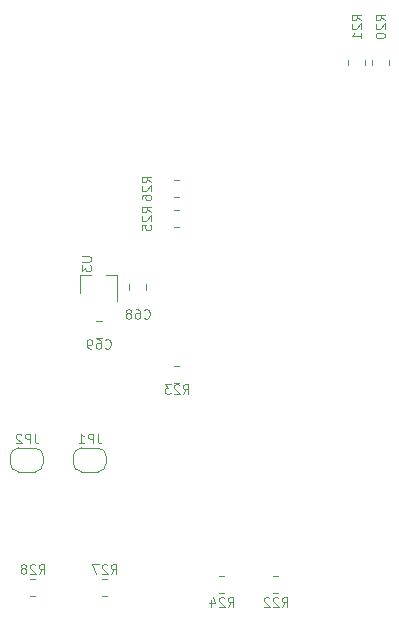
<source format=gbr>
%TF.GenerationSoftware,KiCad,Pcbnew,(5.1.8-0-10_14)*%
%TF.CreationDate,2021-03-09T19:09:17+00:00*%
%TF.ProjectId,STPMIC1_MC32PF3000_Board,5354504d-4943-4315-9f4d-433332504633,rev?*%
%TF.SameCoordinates,Original*%
%TF.FileFunction,Legend,Bot*%
%TF.FilePolarity,Positive*%
%FSLAX46Y46*%
G04 Gerber Fmt 4.6, Leading zero omitted, Abs format (unit mm)*
G04 Created by KiCad (PCBNEW (5.1.8-0-10_14)) date 2021-03-09 19:09:17*
%MOMM*%
%LPD*%
G01*
G04 APERTURE LIST*
%ADD10C,0.120000*%
%ADD11C,0.100000*%
G04 APERTURE END LIST*
D10*
%TO.C,JP2*%
X85790000Y-125619000D02*
X84390000Y-125619000D01*
X83690000Y-126319000D02*
X83690000Y-126919000D01*
X84390000Y-127619000D02*
X85790000Y-127619000D01*
X86490000Y-126919000D02*
X86490000Y-126319000D01*
X86490000Y-126319000D02*
G75*
G03*
X85790000Y-125619000I-700000J0D01*
G01*
X85790000Y-127619000D02*
G75*
G03*
X86490000Y-126919000I0J700000D01*
G01*
X83690000Y-126919000D02*
G75*
G03*
X84390000Y-127619000I700000J0D01*
G01*
X84390000Y-125619000D02*
G75*
G03*
X83690000Y-126319000I0J-700000D01*
G01*
%TO.C,JP1*%
X91124000Y-125619000D02*
X89724000Y-125619000D01*
X89024000Y-126319000D02*
X89024000Y-126919000D01*
X89724000Y-127619000D02*
X91124000Y-127619000D01*
X91824000Y-126919000D02*
X91824000Y-126319000D01*
X91824000Y-126319000D02*
G75*
G03*
X91124000Y-125619000I-700000J0D01*
G01*
X91124000Y-127619000D02*
G75*
G03*
X91824000Y-126919000I0J700000D01*
G01*
X89024000Y-126919000D02*
G75*
G03*
X89724000Y-127619000I700000J0D01*
G01*
X89724000Y-125619000D02*
G75*
G03*
X89024000Y-126319000I0J-700000D01*
G01*
%TO.C,C69*%
X90924748Y-116305000D02*
X91447252Y-116305000D01*
X90924748Y-114835000D02*
X91447252Y-114835000D01*
%TO.C,U3*%
X89606000Y-111000000D02*
X90536000Y-111000000D01*
X92766000Y-111000000D02*
X91836000Y-111000000D01*
X92766000Y-111000000D02*
X92766000Y-113160000D01*
X89606000Y-111000000D02*
X89606000Y-112460000D01*
%TO.C,R28*%
X85825064Y-136679000D02*
X85370936Y-136679000D01*
X85825064Y-138149000D02*
X85370936Y-138149000D01*
%TO.C,R27*%
X91921064Y-136679000D02*
X91466936Y-136679000D01*
X91921064Y-138149000D02*
X91466936Y-138149000D01*
%TO.C,R26*%
X97562936Y-104367000D02*
X98017064Y-104367000D01*
X97562936Y-102897000D02*
X98017064Y-102897000D01*
%TO.C,R25*%
X97562936Y-106907000D02*
X98017064Y-106907000D01*
X97562936Y-105437000D02*
X98017064Y-105437000D01*
%TO.C,R24*%
X101827064Y-136425000D02*
X101372936Y-136425000D01*
X101827064Y-137895000D02*
X101372936Y-137895000D01*
%TO.C,R23*%
X97562936Y-120115000D02*
X98017064Y-120115000D01*
X97562936Y-118645000D02*
X98017064Y-118645000D01*
%TO.C,R22*%
X105944936Y-137895000D02*
X106399064Y-137895000D01*
X105944936Y-136425000D02*
X106399064Y-136425000D01*
%TO.C,R21*%
X112295000Y-92736936D02*
X112295000Y-93191064D01*
X113765000Y-92736936D02*
X113765000Y-93191064D01*
%TO.C,R20*%
X115797000Y-93191064D02*
X115797000Y-92736936D01*
X114327000Y-93191064D02*
X114327000Y-92736936D01*
%TO.C,C68*%
X95223000Y-112275252D02*
X95223000Y-111752748D01*
X93753000Y-112275252D02*
X93753000Y-111752748D01*
%TO.C,JP2*%
D11*
X85756666Y-124402904D02*
X85756666Y-124974333D01*
X85794761Y-125088619D01*
X85870952Y-125164809D01*
X85985238Y-125202904D01*
X86061428Y-125202904D01*
X85375714Y-125202904D02*
X85375714Y-124402904D01*
X85070952Y-124402904D01*
X84994761Y-124441000D01*
X84956666Y-124479095D01*
X84918571Y-124555285D01*
X84918571Y-124669571D01*
X84956666Y-124745761D01*
X84994761Y-124783857D01*
X85070952Y-124821952D01*
X85375714Y-124821952D01*
X84613809Y-124479095D02*
X84575714Y-124441000D01*
X84499523Y-124402904D01*
X84309047Y-124402904D01*
X84232857Y-124441000D01*
X84194761Y-124479095D01*
X84156666Y-124555285D01*
X84156666Y-124631476D01*
X84194761Y-124745761D01*
X84651904Y-125202904D01*
X84156666Y-125202904D01*
%TO.C,JP1*%
X91090666Y-124402904D02*
X91090666Y-124974333D01*
X91128761Y-125088619D01*
X91204952Y-125164809D01*
X91319238Y-125202904D01*
X91395428Y-125202904D01*
X90709714Y-125202904D02*
X90709714Y-124402904D01*
X90404952Y-124402904D01*
X90328761Y-124441000D01*
X90290666Y-124479095D01*
X90252571Y-124555285D01*
X90252571Y-124669571D01*
X90290666Y-124745761D01*
X90328761Y-124783857D01*
X90404952Y-124821952D01*
X90709714Y-124821952D01*
X89490666Y-125202904D02*
X89947809Y-125202904D01*
X89719238Y-125202904D02*
X89719238Y-124402904D01*
X89795428Y-124517190D01*
X89871619Y-124593380D01*
X89947809Y-124631476D01*
%TO.C,C69*%
X91700285Y-117125714D02*
X91738380Y-117163809D01*
X91852666Y-117201904D01*
X91928857Y-117201904D01*
X92043142Y-117163809D01*
X92119333Y-117087619D01*
X92157428Y-117011428D01*
X92195523Y-116859047D01*
X92195523Y-116744761D01*
X92157428Y-116592380D01*
X92119333Y-116516190D01*
X92043142Y-116440000D01*
X91928857Y-116401904D01*
X91852666Y-116401904D01*
X91738380Y-116440000D01*
X91700285Y-116478095D01*
X91014571Y-116401904D02*
X91166952Y-116401904D01*
X91243142Y-116440000D01*
X91281238Y-116478095D01*
X91357428Y-116592380D01*
X91395523Y-116744761D01*
X91395523Y-117049523D01*
X91357428Y-117125714D01*
X91319333Y-117163809D01*
X91243142Y-117201904D01*
X91090761Y-117201904D01*
X91014571Y-117163809D01*
X90976476Y-117125714D01*
X90938380Y-117049523D01*
X90938380Y-116859047D01*
X90976476Y-116782857D01*
X91014571Y-116744761D01*
X91090761Y-116706666D01*
X91243142Y-116706666D01*
X91319333Y-116744761D01*
X91357428Y-116782857D01*
X91395523Y-116859047D01*
X90557428Y-117201904D02*
X90405047Y-117201904D01*
X90328857Y-117163809D01*
X90290761Y-117125714D01*
X90214571Y-117011428D01*
X90176476Y-116859047D01*
X90176476Y-116554285D01*
X90214571Y-116478095D01*
X90252666Y-116440000D01*
X90328857Y-116401904D01*
X90481238Y-116401904D01*
X90557428Y-116440000D01*
X90595523Y-116478095D01*
X90633619Y-116554285D01*
X90633619Y-116744761D01*
X90595523Y-116820952D01*
X90557428Y-116859047D01*
X90481238Y-116897142D01*
X90328857Y-116897142D01*
X90252666Y-116859047D01*
X90214571Y-116820952D01*
X90176476Y-116744761D01*
%TO.C,U3*%
X89731904Y-109372476D02*
X90379523Y-109372476D01*
X90455714Y-109410571D01*
X90493809Y-109448666D01*
X90531904Y-109524857D01*
X90531904Y-109677238D01*
X90493809Y-109753428D01*
X90455714Y-109791523D01*
X90379523Y-109829619D01*
X89731904Y-109829619D01*
X89731904Y-110134380D02*
X89731904Y-110629619D01*
X90036666Y-110362952D01*
X90036666Y-110477238D01*
X90074761Y-110553428D01*
X90112857Y-110591523D01*
X90189047Y-110629619D01*
X90379523Y-110629619D01*
X90455714Y-110591523D01*
X90493809Y-110553428D01*
X90531904Y-110477238D01*
X90531904Y-110248666D01*
X90493809Y-110172476D01*
X90455714Y-110134380D01*
%TO.C,R28*%
X86112285Y-136251904D02*
X86378952Y-135870952D01*
X86569428Y-136251904D02*
X86569428Y-135451904D01*
X86264666Y-135451904D01*
X86188476Y-135490000D01*
X86150380Y-135528095D01*
X86112285Y-135604285D01*
X86112285Y-135718571D01*
X86150380Y-135794761D01*
X86188476Y-135832857D01*
X86264666Y-135870952D01*
X86569428Y-135870952D01*
X85807523Y-135528095D02*
X85769428Y-135490000D01*
X85693238Y-135451904D01*
X85502761Y-135451904D01*
X85426571Y-135490000D01*
X85388476Y-135528095D01*
X85350380Y-135604285D01*
X85350380Y-135680476D01*
X85388476Y-135794761D01*
X85845619Y-136251904D01*
X85350380Y-136251904D01*
X84893238Y-135794761D02*
X84969428Y-135756666D01*
X85007523Y-135718571D01*
X85045619Y-135642380D01*
X85045619Y-135604285D01*
X85007523Y-135528095D01*
X84969428Y-135490000D01*
X84893238Y-135451904D01*
X84740857Y-135451904D01*
X84664666Y-135490000D01*
X84626571Y-135528095D01*
X84588476Y-135604285D01*
X84588476Y-135642380D01*
X84626571Y-135718571D01*
X84664666Y-135756666D01*
X84740857Y-135794761D01*
X84893238Y-135794761D01*
X84969428Y-135832857D01*
X85007523Y-135870952D01*
X85045619Y-135947142D01*
X85045619Y-136099523D01*
X85007523Y-136175714D01*
X84969428Y-136213809D01*
X84893238Y-136251904D01*
X84740857Y-136251904D01*
X84664666Y-136213809D01*
X84626571Y-136175714D01*
X84588476Y-136099523D01*
X84588476Y-135947142D01*
X84626571Y-135870952D01*
X84664666Y-135832857D01*
X84740857Y-135794761D01*
%TO.C,R27*%
X92208285Y-136251904D02*
X92474952Y-135870952D01*
X92665428Y-136251904D02*
X92665428Y-135451904D01*
X92360666Y-135451904D01*
X92284476Y-135490000D01*
X92246380Y-135528095D01*
X92208285Y-135604285D01*
X92208285Y-135718571D01*
X92246380Y-135794761D01*
X92284476Y-135832857D01*
X92360666Y-135870952D01*
X92665428Y-135870952D01*
X91903523Y-135528095D02*
X91865428Y-135490000D01*
X91789238Y-135451904D01*
X91598761Y-135451904D01*
X91522571Y-135490000D01*
X91484476Y-135528095D01*
X91446380Y-135604285D01*
X91446380Y-135680476D01*
X91484476Y-135794761D01*
X91941619Y-136251904D01*
X91446380Y-136251904D01*
X91179714Y-135451904D02*
X90646380Y-135451904D01*
X90989238Y-136251904D01*
%TO.C,R26*%
X95611904Y-103117714D02*
X95230952Y-102851047D01*
X95611904Y-102660571D02*
X94811904Y-102660571D01*
X94811904Y-102965333D01*
X94850000Y-103041523D01*
X94888095Y-103079619D01*
X94964285Y-103117714D01*
X95078571Y-103117714D01*
X95154761Y-103079619D01*
X95192857Y-103041523D01*
X95230952Y-102965333D01*
X95230952Y-102660571D01*
X94888095Y-103422476D02*
X94850000Y-103460571D01*
X94811904Y-103536761D01*
X94811904Y-103727238D01*
X94850000Y-103803428D01*
X94888095Y-103841523D01*
X94964285Y-103879619D01*
X95040476Y-103879619D01*
X95154761Y-103841523D01*
X95611904Y-103384380D01*
X95611904Y-103879619D01*
X94811904Y-104565333D02*
X94811904Y-104412952D01*
X94850000Y-104336761D01*
X94888095Y-104298666D01*
X95002380Y-104222476D01*
X95154761Y-104184380D01*
X95459523Y-104184380D01*
X95535714Y-104222476D01*
X95573809Y-104260571D01*
X95611904Y-104336761D01*
X95611904Y-104489142D01*
X95573809Y-104565333D01*
X95535714Y-104603428D01*
X95459523Y-104641523D01*
X95269047Y-104641523D01*
X95192857Y-104603428D01*
X95154761Y-104565333D01*
X95116666Y-104489142D01*
X95116666Y-104336761D01*
X95154761Y-104260571D01*
X95192857Y-104222476D01*
X95269047Y-104184380D01*
%TO.C,R25*%
X95611904Y-105657714D02*
X95230952Y-105391047D01*
X95611904Y-105200571D02*
X94811904Y-105200571D01*
X94811904Y-105505333D01*
X94850000Y-105581523D01*
X94888095Y-105619619D01*
X94964285Y-105657714D01*
X95078571Y-105657714D01*
X95154761Y-105619619D01*
X95192857Y-105581523D01*
X95230952Y-105505333D01*
X95230952Y-105200571D01*
X94888095Y-105962476D02*
X94850000Y-106000571D01*
X94811904Y-106076761D01*
X94811904Y-106267238D01*
X94850000Y-106343428D01*
X94888095Y-106381523D01*
X94964285Y-106419619D01*
X95040476Y-106419619D01*
X95154761Y-106381523D01*
X95611904Y-105924380D01*
X95611904Y-106419619D01*
X94811904Y-107143428D02*
X94811904Y-106762476D01*
X95192857Y-106724380D01*
X95154761Y-106762476D01*
X95116666Y-106838666D01*
X95116666Y-107029142D01*
X95154761Y-107105333D01*
X95192857Y-107143428D01*
X95269047Y-107181523D01*
X95459523Y-107181523D01*
X95535714Y-107143428D01*
X95573809Y-107105333D01*
X95611904Y-107029142D01*
X95611904Y-106838666D01*
X95573809Y-106762476D01*
X95535714Y-106724380D01*
%TO.C,R24*%
X102114285Y-139045904D02*
X102380952Y-138664952D01*
X102571428Y-139045904D02*
X102571428Y-138245904D01*
X102266666Y-138245904D01*
X102190476Y-138284000D01*
X102152380Y-138322095D01*
X102114285Y-138398285D01*
X102114285Y-138512571D01*
X102152380Y-138588761D01*
X102190476Y-138626857D01*
X102266666Y-138664952D01*
X102571428Y-138664952D01*
X101809523Y-138322095D02*
X101771428Y-138284000D01*
X101695238Y-138245904D01*
X101504761Y-138245904D01*
X101428571Y-138284000D01*
X101390476Y-138322095D01*
X101352380Y-138398285D01*
X101352380Y-138474476D01*
X101390476Y-138588761D01*
X101847619Y-139045904D01*
X101352380Y-139045904D01*
X100666666Y-138512571D02*
X100666666Y-139045904D01*
X100857142Y-138207809D02*
X101047619Y-138779238D01*
X100552380Y-138779238D01*
%TO.C,R23*%
X98304285Y-121011904D02*
X98570952Y-120630952D01*
X98761428Y-121011904D02*
X98761428Y-120211904D01*
X98456666Y-120211904D01*
X98380476Y-120250000D01*
X98342380Y-120288095D01*
X98304285Y-120364285D01*
X98304285Y-120478571D01*
X98342380Y-120554761D01*
X98380476Y-120592857D01*
X98456666Y-120630952D01*
X98761428Y-120630952D01*
X97999523Y-120288095D02*
X97961428Y-120250000D01*
X97885238Y-120211904D01*
X97694761Y-120211904D01*
X97618571Y-120250000D01*
X97580476Y-120288095D01*
X97542380Y-120364285D01*
X97542380Y-120440476D01*
X97580476Y-120554761D01*
X98037619Y-121011904D01*
X97542380Y-121011904D01*
X97275714Y-120211904D02*
X96780476Y-120211904D01*
X97047142Y-120516666D01*
X96932857Y-120516666D01*
X96856666Y-120554761D01*
X96818571Y-120592857D01*
X96780476Y-120669047D01*
X96780476Y-120859523D01*
X96818571Y-120935714D01*
X96856666Y-120973809D01*
X96932857Y-121011904D01*
X97161428Y-121011904D01*
X97237619Y-120973809D01*
X97275714Y-120935714D01*
%TO.C,R22*%
X106686285Y-139045904D02*
X106952952Y-138664952D01*
X107143428Y-139045904D02*
X107143428Y-138245904D01*
X106838666Y-138245904D01*
X106762476Y-138284000D01*
X106724380Y-138322095D01*
X106686285Y-138398285D01*
X106686285Y-138512571D01*
X106724380Y-138588761D01*
X106762476Y-138626857D01*
X106838666Y-138664952D01*
X107143428Y-138664952D01*
X106381523Y-138322095D02*
X106343428Y-138284000D01*
X106267238Y-138245904D01*
X106076761Y-138245904D01*
X106000571Y-138284000D01*
X105962476Y-138322095D01*
X105924380Y-138398285D01*
X105924380Y-138474476D01*
X105962476Y-138588761D01*
X106419619Y-139045904D01*
X105924380Y-139045904D01*
X105619619Y-138322095D02*
X105581523Y-138284000D01*
X105505333Y-138245904D01*
X105314857Y-138245904D01*
X105238666Y-138284000D01*
X105200571Y-138322095D01*
X105162476Y-138398285D01*
X105162476Y-138474476D01*
X105200571Y-138588761D01*
X105657714Y-139045904D01*
X105162476Y-139045904D01*
%TO.C,R21*%
X113391904Y-89401714D02*
X113010952Y-89135047D01*
X113391904Y-88944571D02*
X112591904Y-88944571D01*
X112591904Y-89249333D01*
X112630000Y-89325523D01*
X112668095Y-89363619D01*
X112744285Y-89401714D01*
X112858571Y-89401714D01*
X112934761Y-89363619D01*
X112972857Y-89325523D01*
X113010952Y-89249333D01*
X113010952Y-88944571D01*
X112668095Y-89706476D02*
X112630000Y-89744571D01*
X112591904Y-89820761D01*
X112591904Y-90011238D01*
X112630000Y-90087428D01*
X112668095Y-90125523D01*
X112744285Y-90163619D01*
X112820476Y-90163619D01*
X112934761Y-90125523D01*
X113391904Y-89668380D01*
X113391904Y-90163619D01*
X113391904Y-90925523D02*
X113391904Y-90468380D01*
X113391904Y-90696952D02*
X112591904Y-90696952D01*
X112706190Y-90620761D01*
X112782380Y-90544571D01*
X112820476Y-90468380D01*
%TO.C,R20*%
X115423904Y-89401714D02*
X115042952Y-89135047D01*
X115423904Y-88944571D02*
X114623904Y-88944571D01*
X114623904Y-89249333D01*
X114662000Y-89325523D01*
X114700095Y-89363619D01*
X114776285Y-89401714D01*
X114890571Y-89401714D01*
X114966761Y-89363619D01*
X115004857Y-89325523D01*
X115042952Y-89249333D01*
X115042952Y-88944571D01*
X114700095Y-89706476D02*
X114662000Y-89744571D01*
X114623904Y-89820761D01*
X114623904Y-90011238D01*
X114662000Y-90087428D01*
X114700095Y-90125523D01*
X114776285Y-90163619D01*
X114852476Y-90163619D01*
X114966761Y-90125523D01*
X115423904Y-89668380D01*
X115423904Y-90163619D01*
X114623904Y-90658857D02*
X114623904Y-90735047D01*
X114662000Y-90811238D01*
X114700095Y-90849333D01*
X114776285Y-90887428D01*
X114928666Y-90925523D01*
X115119142Y-90925523D01*
X115271523Y-90887428D01*
X115347714Y-90849333D01*
X115385809Y-90811238D01*
X115423904Y-90735047D01*
X115423904Y-90658857D01*
X115385809Y-90582666D01*
X115347714Y-90544571D01*
X115271523Y-90506476D01*
X115119142Y-90468380D01*
X114928666Y-90468380D01*
X114776285Y-90506476D01*
X114700095Y-90544571D01*
X114662000Y-90582666D01*
X114623904Y-90658857D01*
%TO.C,C68*%
X95002285Y-114585714D02*
X95040380Y-114623809D01*
X95154666Y-114661904D01*
X95230857Y-114661904D01*
X95345142Y-114623809D01*
X95421333Y-114547619D01*
X95459428Y-114471428D01*
X95497523Y-114319047D01*
X95497523Y-114204761D01*
X95459428Y-114052380D01*
X95421333Y-113976190D01*
X95345142Y-113900000D01*
X95230857Y-113861904D01*
X95154666Y-113861904D01*
X95040380Y-113900000D01*
X95002285Y-113938095D01*
X94316571Y-113861904D02*
X94468952Y-113861904D01*
X94545142Y-113900000D01*
X94583238Y-113938095D01*
X94659428Y-114052380D01*
X94697523Y-114204761D01*
X94697523Y-114509523D01*
X94659428Y-114585714D01*
X94621333Y-114623809D01*
X94545142Y-114661904D01*
X94392761Y-114661904D01*
X94316571Y-114623809D01*
X94278476Y-114585714D01*
X94240380Y-114509523D01*
X94240380Y-114319047D01*
X94278476Y-114242857D01*
X94316571Y-114204761D01*
X94392761Y-114166666D01*
X94545142Y-114166666D01*
X94621333Y-114204761D01*
X94659428Y-114242857D01*
X94697523Y-114319047D01*
X93783238Y-114204761D02*
X93859428Y-114166666D01*
X93897523Y-114128571D01*
X93935619Y-114052380D01*
X93935619Y-114014285D01*
X93897523Y-113938095D01*
X93859428Y-113900000D01*
X93783238Y-113861904D01*
X93630857Y-113861904D01*
X93554666Y-113900000D01*
X93516571Y-113938095D01*
X93478476Y-114014285D01*
X93478476Y-114052380D01*
X93516571Y-114128571D01*
X93554666Y-114166666D01*
X93630857Y-114204761D01*
X93783238Y-114204761D01*
X93859428Y-114242857D01*
X93897523Y-114280952D01*
X93935619Y-114357142D01*
X93935619Y-114509523D01*
X93897523Y-114585714D01*
X93859428Y-114623809D01*
X93783238Y-114661904D01*
X93630857Y-114661904D01*
X93554666Y-114623809D01*
X93516571Y-114585714D01*
X93478476Y-114509523D01*
X93478476Y-114357142D01*
X93516571Y-114280952D01*
X93554666Y-114242857D01*
X93630857Y-114204761D01*
%TD*%
M02*

</source>
